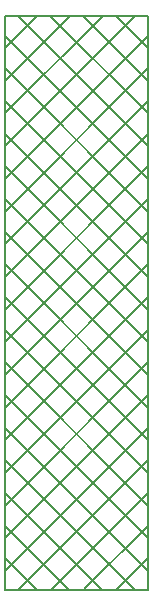
<source format=gbr>
G04 DipTrace 3.0.0.2*
G04 Top.gbr*
%MOIN*%
G04 #@! TF.FileFunction,Copper,L1,Top*
G04 #@! TF.Part,Single*
G04 #@! TA.AperFunction,CopperBalancing*
%ADD13C,0.007*%
%FSLAX26Y26*%
G04*
G70*
G90*
G75*
G01*
G04 Top*
%LPD*%
X505600Y2309706D2*
D13*
X397691Y2201797D1*
X614495Y2309706D2*
X397691Y2092902D1*
X723389Y2309706D2*
X397696Y1984013D1*
X832284Y2309706D2*
X397696Y1875118D1*
X874706Y2243234D2*
X397692Y1766220D1*
X874706Y2134339D2*
X397692Y1657326D1*
X874706Y2025445D2*
X397692Y1548431D1*
X874706Y1916550D2*
X397692Y1439537D1*
X874706Y1807656D2*
X397692Y1330642D1*
X874706Y1698762D2*
X397692Y1221748D1*
X874706Y1589867D2*
X397692Y1112854D1*
X874706Y1480973D2*
X397692Y1003959D1*
X874706Y1372078D2*
X397692Y895065D1*
X874706Y1263184D2*
X397692Y786170D1*
X874706Y1154289D2*
X397692Y677276D1*
X874706Y1045395D2*
X397692Y568381D1*
X874706Y936500D2*
X397692Y459487D1*
X874706Y827606D2*
X444792Y397692D1*
X874706Y718712D2*
X553687Y397692D1*
X874706Y609817D2*
X662581Y397692D1*
X874706Y500923D2*
X771476Y397692D1*
X766802Y2309706D2*
X874711Y2201797D1*
X657907Y2309706D2*
X874711Y2092902D1*
X549013Y2309706D2*
X874706Y1984013D1*
X440118Y2309706D2*
X874706Y1875118D1*
X397696Y2243234D2*
X874710Y1766220D1*
X397696Y2134339D2*
X874710Y1657326D1*
X397696Y2025445D2*
X874710Y1548431D1*
X397696Y1916550D2*
X874710Y1439537D1*
X397696Y1807656D2*
X874710Y1330642D1*
X397696Y1698762D2*
X874710Y1221748D1*
X397696Y1589867D2*
X874710Y1112854D1*
X397696Y1480973D2*
X874710Y1003959D1*
X397696Y1372078D2*
X874710Y895065D1*
X397696Y1263184D2*
X874710Y786170D1*
X397696Y1154289D2*
X874710Y677276D1*
X397696Y1045395D2*
X874710Y568381D1*
X397696Y936500D2*
X874710Y459487D1*
X397696Y827606D2*
X827610Y397692D1*
X397696Y718712D2*
X718715Y397692D1*
X397696Y609817D2*
X609821Y397692D1*
X397696Y500923D2*
X500926Y397692D1*
X400701Y397201D2*
X875201D1*
Y2310201D1*
X397201D1*
Y397201D1*
X400701D1*
M02*

</source>
